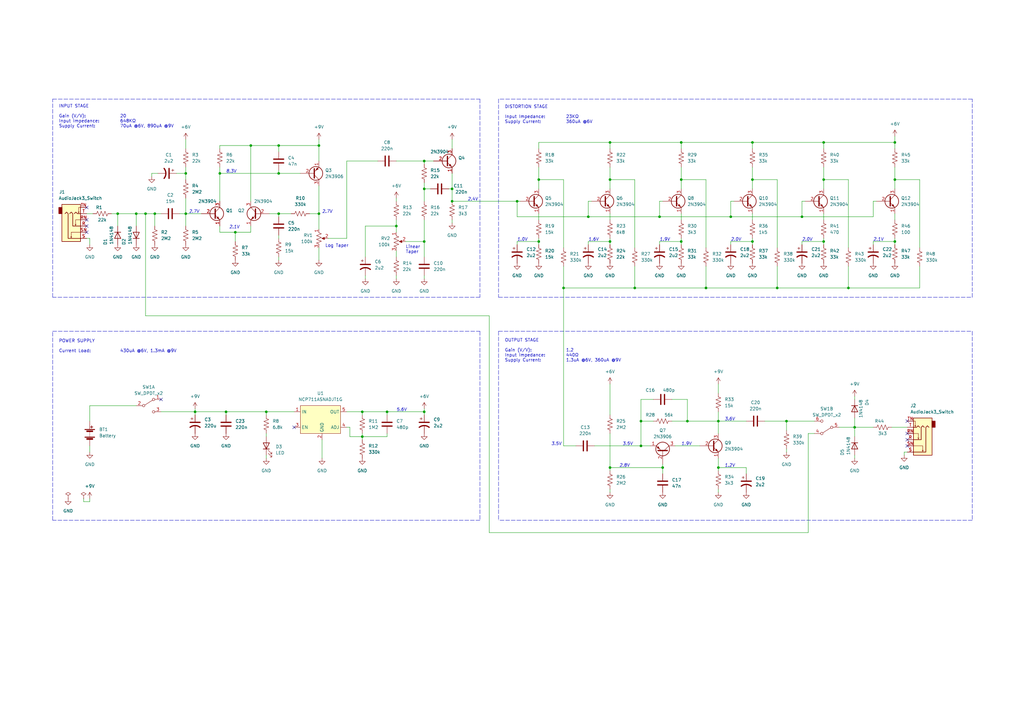
<source format=kicad_sch>
(kicad_sch (version 20211123) (generator eeschema)
  (paper "A3")
  (title_block (title "log-mk1") (rev "1") (company "ts-manuel"))
  (junction (at 250.19 73.66))
  (junction (at 114.3 59.69))
  (junction (at 294.64 191.77))
  (junction (at 308.61 73.66))
  (junction (at 231.14 118.11))
  (junction (at 367.03 73.66))
  (junction (at 80.01 168.91))
  (junction (at 289.56 118.11))
  (junction (at 158.75 168.91))
  (junction (at 130.81 87.63))
  (junction (at 148.59 168.91))
  (junction (at 102.87 59.69))
  (junction (at 109.22 168.91))
  (junction (at 337.82 58.42))
  (junction (at 260.35 118.11))
  (junction (at 59.69 87.63))
  (junction (at 367.03 58.42))
  (junction (at 294.64 172.72))
  (junction (at 114.3 87.63))
  (junction (at 350.52 175.26))
  (junction (at 220.98 99.06))
  (junction (at 76.2 71.12))
  (junction (at 76.2 87.63))
  (junction (at 250.19 99.06))
  (junction (at 173.99 66.04))
  (junction (at 279.4 99.06))
  (junction (at 262.89 182.88))
  (junction (at 96.52 95.25))
  (junction (at 250.19 191.77))
  (junction (at 262.89 172.72))
  (junction (at 185.42 82.55))
  (junction (at 130.81 59.69))
  (junction (at 299.72 88.9))
  (junction (at 367.03 99.06))
  (junction (at 270.51 88.9))
  (junction (at 250.19 58.42))
  (junction (at 328.93 88.9))
  (junction (at 173.99 99.06))
  (junction (at 322.58 172.72))
  (junction (at 308.61 99.06))
  (junction (at 48.26 87.63))
  (junction (at 148.59 179.07))
  (junction (at 162.56 92.71))
  (junction (at 347.98 118.11))
  (junction (at 63.5 87.63))
  (junction (at 279.4 58.42))
  (junction (at 90.17 71.12))
  (junction (at 318.77 118.11))
  (junction (at 279.4 73.66))
  (junction (at 173.99 77.47))
  (junction (at 173.99 168.91))
  (junction (at 114.3 71.12))
  (junction (at 185.42 77.47))
  (junction (at 212.09 82.55))
  (junction (at 308.61 58.42))
  (junction (at 337.82 73.66))
  (junction (at 281.94 172.72))
  (junction (at 220.98 73.66))
  (junction (at 92.71 168.91))
  (junction (at 241.3 88.9))
  (junction (at 337.82 99.06))
  (junction (at 271.78 191.77))
  (junction (at 55.88 87.63))
  (no_connect (at 120.65 175.26))
  (no_connect (at 35.56 95.25))
  (no_connect (at 35.56 92.71))
  (no_connect (at 35.56 90.17))
  (no_connect (at 35.56 85.09))
  (no_connect (at 66.04 163.83))
  (no_connect (at 372.11 177.8))
  (no_connect (at 372.11 180.34))
  (no_connect (at 372.11 182.88))
  (no_connect (at 372.11 172.72))
  (wire (pts (xy 162.56 82.55) (xy 162.56 81.28)))
  (wire (pts (xy 114.3 71.12) (xy 123.19 71.12)))
  (wire (pts (xy 241.3 100.33) (xy 241.3 99.06)))
  (wire (pts (xy 350.52 162.56) (xy 350.52 163.83)))
  (wire (pts (xy 148.59 179.07) (xy 158.75 179.07)))
  (wire (pts (xy 76.2 87.63) (xy 82.55 87.63)))
  (wire (pts (xy 279.4 87.63) (xy 279.4 90.17)))
  (wire (pts (xy 130.81 57.15) (xy 130.81 59.69)))
  (wire (pts (xy 185.42 71.12) (xy 185.42 77.47)))
  (wire (pts (xy 322.58 172.72) (xy 313.69 172.72)))
  (wire (pts (xy 114.3 87.63) (xy 119.38 87.63)))
  (wire (pts (xy 299.72 99.06) (xy 308.61 99.06)))
  (polyline (pts (xy 204.47 135.89) (xy 204.47 213.36)))
  (wire (pts (xy 358.14 99.06) (xy 367.03 99.06)))
  (wire (pts (xy 279.4 68.58) (xy 279.4 73.66)))
  (wire (pts (xy 36.83 172.72) (xy 36.83 166.37)))
  (wire (pts (xy 102.87 95.25) (xy 102.87 92.71)))
  (wire (pts (xy 92.71 168.91) (xy 92.71 170.18)))
  (wire (pts (xy 76.2 68.58) (xy 76.2 71.12)))
  (wire (pts (xy 250.19 177.8) (xy 250.19 191.77)))
  (wire (pts (xy 62.23 71.12) (xy 62.23 72.39)))
  (wire (pts (xy 299.72 88.9) (xy 299.72 82.55)))
  (wire (pts (xy 63.5 87.63) (xy 66.04 87.63)))
  (wire (pts (xy 220.98 73.66) (xy 231.14 73.66)))
  (wire (pts (xy 109.22 179.07) (xy 109.22 177.8)))
  (wire (pts (xy 276.86 182.88) (xy 287.02 182.88)))
  (wire (pts (xy 173.99 74.93) (xy 173.99 77.47)))
  (wire (pts (xy 142.24 168.91) (xy 148.59 168.91)))
  (polyline (pts (xy 204.47 40.64) (xy 204.47 121.92)))
  (wire (pts (xy 173.99 170.18) (xy 173.99 168.91)))
  (wire (pts (xy 250.19 157.48) (xy 250.19 170.18)))
  (wire (pts (xy 36.83 166.37) (xy 55.88 166.37)))
  (wire (pts (xy 184.15 77.47) (xy 185.42 77.47)))
  (wire (pts (xy 260.35 118.11) (xy 231.14 118.11)))
  (wire (pts (xy 102.87 82.55) (xy 102.87 59.69)))
  (wire (pts (xy 337.82 58.42) (xy 367.03 58.42)))
  (wire (pts (xy 250.19 73.66) (xy 250.19 77.47)))
  (wire (pts (xy 308.61 68.58) (xy 308.61 73.66)))
  (wire (pts (xy 80.01 168.91) (xy 92.71 168.91)))
  (wire (pts (xy 59.69 129.54) (xy 59.69 87.63)))
  (wire (pts (xy 114.3 69.85) (xy 114.3 71.12)))
  (wire (pts (xy 80.01 168.91) (xy 80.01 167.64)))
  (wire (pts (xy 275.59 163.83) (xy 281.94 163.83)))
  (wire (pts (xy 241.3 82.55) (xy 242.57 82.55)))
  (wire (pts (xy 149.86 92.71) (xy 162.56 92.71)))
  (wire (pts (xy 45.72 87.63) (xy 48.26 87.63)))
  (polyline (pts (xy 196.85 213.36) (xy 21.59 213.36)))
  (wire (pts (xy 358.14 88.9) (xy 358.14 82.55)))
  (wire (pts (xy 322.58 172.72) (xy 334.01 172.72)))
  (wire (pts (xy 306.07 194.31) (xy 306.07 191.77)))
  (wire (pts (xy 294.64 157.48) (xy 294.64 161.29)))
  (wire (pts (xy 36.83 97.79) (xy 35.56 97.79)))
  (wire (pts (xy 365.76 175.26) (xy 372.11 175.26)))
  (wire (pts (xy 270.51 99.06) (xy 279.4 99.06)))
  (wire (pts (xy 308.61 73.66) (xy 308.61 77.47)))
  (wire (pts (xy 173.99 113.03) (xy 173.99 114.3)))
  (wire (pts (xy 158.75 168.91) (xy 158.75 170.18)))
  (polyline (pts (xy 196.85 40.64) (xy 196.85 121.92)))
  (wire (pts (xy 220.98 97.79) (xy 220.98 99.06)))
  (wire (pts (xy 337.82 68.58) (xy 337.82 73.66)))
  (wire (pts (xy 158.75 168.91) (xy 173.99 168.91)))
  (wire (pts (xy 148.59 179.07) (xy 148.59 180.34)))
  (wire (pts (xy 173.99 77.47) (xy 173.99 82.55)))
  (wire (pts (xy 358.14 82.55) (xy 359.41 82.55)))
  (wire (pts (xy 337.82 60.96) (xy 337.82 58.42)))
  (wire (pts (xy 328.93 99.06) (xy 337.82 99.06)))
  (wire (pts (xy 185.42 90.17) (xy 185.42 91.44)))
  (wire (pts (xy 275.59 172.72) (xy 281.94 172.72)))
  (wire (pts (xy 109.22 168.91) (xy 120.65 168.91)))
  (wire (pts (xy 331.47 218.44) (xy 200.66 218.44)))
  (wire (pts (xy 294.64 168.91) (xy 294.64 172.72)))
  (wire (pts (xy 281.94 172.72) (xy 294.64 172.72)))
  (wire (pts (xy 109.22 187.96) (xy 109.22 186.69)))
  (wire (pts (xy 220.98 99.06) (xy 220.98 100.33)))
  (wire (pts (xy 114.3 59.69) (xy 114.3 62.23)))
  (wire (pts (xy 279.4 60.96) (xy 279.4 58.42)))
  (wire (pts (xy 331.47 177.8) (xy 331.47 218.44)))
  (wire (pts (xy 262.89 163.83) (xy 267.97 163.83)))
  (wire (pts (xy 36.83 100.33) (xy 36.83 97.79)))
  (wire (pts (xy 350.52 175.26) (xy 358.14 175.26)))
  (wire (pts (xy 241.3 88.9) (xy 241.3 82.55)))
  (wire (pts (xy 154.94 66.04) (xy 142.24 66.04)))
  (wire (pts (xy 185.42 57.15) (xy 185.42 60.96)))
  (wire (pts (xy 66.04 168.91) (xy 80.01 168.91)))
  (wire (pts (xy 96.52 95.25) (xy 102.87 95.25)))
  (wire (pts (xy 173.99 90.17) (xy 173.99 99.06)))
  (wire (pts (xy 96.52 95.25) (xy 96.52 99.06)))
  (wire (pts (xy 270.51 88.9) (xy 270.51 82.55)))
  (wire (pts (xy 34.29 205.74) (xy 36.83 205.74)))
  (polyline (pts (xy 21.59 213.36) (xy 21.59 135.89)))
  (wire (pts (xy 241.3 88.9) (xy 270.51 88.9)))
  (wire (pts (xy 294.64 187.96) (xy 294.64 191.77)))
  (wire (pts (xy 231.14 118.11) (xy 231.14 182.88)))
  (wire (pts (xy 289.56 109.22) (xy 289.56 118.11)))
  (wire (pts (xy 250.19 68.58) (xy 250.19 73.66)))
  (wire (pts (xy 337.82 99.06) (xy 337.82 100.33)))
  (wire (pts (xy 114.3 105.41) (xy 114.3 106.68)))
  (wire (pts (xy 377.19 109.22) (xy 377.19 118.11)))
  (wire (pts (xy 73.66 87.63) (xy 76.2 87.63)))
  (wire (pts (xy 130.81 76.2) (xy 130.81 87.63)))
  (wire (pts (xy 63.5 87.63) (xy 63.5 92.71)))
  (wire (pts (xy 48.26 87.63) (xy 55.88 87.63)))
  (wire (pts (xy 308.61 87.63) (xy 308.61 90.17)))
  (wire (pts (xy 289.56 101.6) (xy 289.56 73.66)))
  (wire (pts (xy 289.56 118.11) (xy 260.35 118.11)))
  (wire (pts (xy 80.01 168.91) (xy 80.01 170.18)))
  (wire (pts (xy 212.09 99.06) (xy 220.98 99.06)))
  (wire (pts (xy 149.86 105.41) (xy 149.86 92.71)))
  (wire (pts (xy 220.98 87.63) (xy 220.98 90.17)))
  (wire (pts (xy 377.19 101.6) (xy 377.19 73.66)))
  (wire (pts (xy 250.19 87.63) (xy 250.19 90.17)))
  (wire (pts (xy 250.19 60.96) (xy 250.19 58.42)))
  (wire (pts (xy 76.2 57.15) (xy 76.2 60.96)))
  (wire (pts (xy 36.83 185.42) (xy 36.83 182.88)))
  (wire (pts (xy 372.11 185.42) (xy 370.84 185.42)))
  (polyline (pts (xy 398.78 135.89) (xy 398.78 213.36)))
  (wire (pts (xy 243.84 182.88) (xy 262.89 182.88)))
  (wire (pts (xy 271.78 191.77) (xy 271.78 194.31)))
  (wire (pts (xy 299.72 100.33) (xy 299.72 99.06)))
  (wire (pts (xy 76.2 87.63) (xy 76.2 81.28)))
  (wire (pts (xy 367.03 73.66) (xy 377.19 73.66)))
  (wire (pts (xy 102.87 59.69) (xy 114.3 59.69)))
  (wire (pts (xy 367.03 87.63) (xy 367.03 90.17)))
  (wire (pts (xy 62.23 71.12) (xy 64.77 71.12)))
  (wire (pts (xy 370.84 185.42) (xy 370.84 186.69)))
  (polyline (pts (xy 21.59 135.89) (xy 196.85 135.89)))
  (wire (pts (xy 262.89 163.83) (xy 262.89 172.72)))
  (wire (pts (xy 367.03 73.66) (xy 367.03 77.47)))
  (wire (pts (xy 367.03 68.58) (xy 367.03 73.66)))
  (polyline (pts (xy 398.78 40.64) (xy 204.47 40.64)))
  (wire (pts (xy 55.88 87.63) (xy 59.69 87.63)))
  (wire (pts (xy 270.51 82.55) (xy 271.78 82.55)))
  (wire (pts (xy 127 87.63) (xy 130.81 87.63)))
  (wire (pts (xy 90.17 60.96) (xy 90.17 59.69)))
  (wire (pts (xy 322.58 184.15) (xy 322.58 185.42)))
  (wire (pts (xy 114.3 87.63) (xy 114.3 88.9)))
  (wire (pts (xy 337.82 73.66) (xy 337.82 77.47)))
  (wire (pts (xy 177.8 66.04) (xy 173.99 66.04)))
  (wire (pts (xy 90.17 59.69) (xy 102.87 59.69)))
  (wire (pts (xy 347.98 109.22) (xy 347.98 118.11)))
  (wire (pts (xy 130.81 87.63) (xy 130.81 93.98)))
  (wire (pts (xy 279.4 73.66) (xy 279.4 77.47)))
  (wire (pts (xy 350.52 175.26) (xy 350.52 179.07)))
  (wire (pts (xy 271.78 190.5) (xy 271.78 191.77)))
  (wire (pts (xy 337.82 97.79) (xy 337.82 99.06)))
  (wire (pts (xy 262.89 172.72) (xy 262.89 182.88)))
  (polyline (pts (xy 398.78 121.92) (xy 398.78 40.64)))
  (wire (pts (xy 308.61 97.79) (xy 308.61 99.06)))
  (wire (pts (xy 162.56 113.03) (xy 162.56 114.3)))
  (wire (pts (xy 114.3 97.79) (xy 114.3 96.52)))
  (wire (pts (xy 132.08 187.96) (xy 132.08 180.34)))
  (wire (pts (xy 90.17 71.12) (xy 90.17 82.55)))
  (wire (pts (xy 347.98 101.6) (xy 347.98 73.66)))
  (wire (pts (xy 279.4 99.06) (xy 279.4 100.33)))
  (wire (pts (xy 270.51 100.33) (xy 270.51 99.06)))
  (wire (pts (xy 148.59 177.8) (xy 148.59 179.07)))
  (wire (pts (xy 162.56 90.17) (xy 162.56 92.71)))
  (wire (pts (xy 231.14 109.22) (xy 231.14 118.11)))
  (wire (pts (xy 90.17 92.71) (xy 90.17 95.25)))
  (wire (pts (xy 250.19 193.04) (xy 250.19 191.77)))
  (wire (pts (xy 143.51 179.07) (xy 148.59 179.07)))
  (wire (pts (xy 185.42 82.55) (xy 212.09 82.55)))
  (wire (pts (xy 294.64 200.66) (xy 294.64 201.93)))
  (wire (pts (xy 328.93 82.55) (xy 330.2 82.55)))
  (wire (pts (xy 200.66 129.54) (xy 59.69 129.54)))
  (wire (pts (xy 162.56 66.04) (xy 173.99 66.04)))
  (wire (pts (xy 48.26 87.63) (xy 48.26 92.71)))
  (wire (pts (xy 142.24 66.04) (xy 142.24 97.79)))
  (wire (pts (xy 173.99 77.47) (xy 176.53 77.47)))
  (wire (pts (xy 185.42 77.47) (xy 185.42 82.55)))
  (wire (pts (xy 334.01 177.8) (xy 331.47 177.8)))
  (wire (pts (xy 162.56 102.87) (xy 162.56 105.41)))
  (wire (pts (xy 220.98 60.96) (xy 220.98 58.42)))
  (wire (pts (xy 358.14 100.33) (xy 358.14 99.06)))
  (polyline (pts (xy 204.47 135.89) (xy 398.78 135.89)))
  (polyline (pts (xy 21.59 121.92) (xy 21.59 40.64)))
  (wire (pts (xy 90.17 68.58) (xy 90.17 71.12)))
  (wire (pts (xy 35.56 87.63) (xy 38.1 87.63)))
  (wire (pts (xy 236.22 182.88) (xy 231.14 182.88)))
  (wire (pts (xy 173.99 99.06) (xy 173.99 105.41)))
  (wire (pts (xy 322.58 176.53) (xy 322.58 172.72)))
  (wire (pts (xy 250.19 191.77) (xy 271.78 191.77)))
  (wire (pts (xy 294.64 172.72) (xy 294.64 177.8)))
  (wire (pts (xy 328.93 100.33) (xy 328.93 99.06)))
  (wire (pts (xy 34.29 204.47) (xy 34.29 205.74)))
  (wire (pts (xy 250.19 97.79) (xy 250.19 99.06)))
  (polyline (pts (xy 196.85 135.89) (xy 196.85 213.36)))
  (wire (pts (xy 350.52 186.69) (xy 350.52 187.96)))
  (wire (pts (xy 166.37 99.06) (xy 173.99 99.06)))
  (wire (pts (xy 114.3 59.69) (xy 130.81 59.69)))
  (wire (pts (xy 134.62 97.79) (xy 142.24 97.79)))
  (polyline (pts (xy 204.47 121.92) (xy 398.78 121.92)))
  (polyline (pts (xy 196.85 121.92) (xy 21.59 121.92)))
  (wire (pts (xy 92.71 168.91) (xy 109.22 168.91)))
  (wire (pts (xy 162.56 92.71) (xy 162.56 95.25)))
  (wire (pts (xy 173.99 168.91) (xy 173.99 167.64)))
  (wire (pts (xy 250.19 201.93) (xy 250.19 200.66)))
  (wire (pts (xy 241.3 99.06) (xy 250.19 99.06)))
  (wire (pts (xy 110.49 87.63) (xy 114.3 87.63)))
  (wire (pts (xy 212.09 88.9) (xy 241.3 88.9)))
  (wire (pts (xy 55.88 87.63) (xy 55.88 92.71)))
  (wire (pts (xy 59.69 87.63) (xy 63.5 87.63)))
  (wire (pts (xy 76.2 71.12) (xy 76.2 73.66)))
  (wire (pts (xy 367.03 97.79) (xy 367.03 99.06)))
  (wire (pts (xy 279.4 97.79) (xy 279.4 99.06)))
  (wire (pts (xy 220.98 58.42) (xy 250.19 58.42)))
  (wire (pts (xy 328.93 88.9) (xy 328.93 82.55)))
  (wire (pts (xy 148.59 168.91) (xy 158.75 168.91)))
  (wire (pts (xy 90.17 95.25) (xy 96.52 95.25)))
  (wire (pts (xy 367.03 99.06) (xy 367.03 100.33)))
  (wire (pts (xy 308.61 99.06) (xy 308.61 100.33)))
  (wire (pts (xy 109.22 168.91) (xy 109.22 170.18)))
  (wire (pts (xy 158.75 179.07) (xy 158.75 177.8)))
  (wire (pts (xy 90.17 71.12) (xy 114.3 71.12)))
  (wire (pts (xy 367.03 55.88) (xy 367.03 58.42)))
  (wire (pts (xy 250.19 58.42) (xy 279.4 58.42)))
  (wire (pts (xy 337.82 73.66) (xy 347.98 73.66)))
  (wire (pts (xy 270.51 88.9) (xy 299.72 88.9)))
  (wire (pts (xy 212.09 82.55) (xy 213.36 82.55)))
  (wire (pts (xy 212.09 82.55) (xy 212.09 88.9)))
  (wire (pts (xy 294.64 172.72) (xy 306.07 172.72)))
  (wire (pts (xy 318.77 118.11) (xy 347.98 118.11)))
  (wire (pts (xy 262.89 182.88) (xy 266.7 182.88)))
  (wire (pts (xy 318.77 109.22) (xy 318.77 118.11)))
  (wire (pts (xy 281.94 163.83) (xy 281.94 172.72)))
  (wire (pts (xy 149.86 113.03) (xy 149.86 114.3)))
  (wire (pts (xy 220.98 73.66) (xy 220.98 77.47)))
  (wire (pts (xy 308.61 58.42) (xy 337.82 58.42)))
  (wire (pts (xy 299.72 82.55) (xy 300.99 82.55)))
  (wire (pts (xy 267.97 172.72) (xy 262.89 172.72)))
  (wire (pts (xy 130.81 101.6) (xy 130.81 106.68)))
  (wire (pts (xy 337.82 87.63) (xy 337.82 90.17)))
  (wire (pts (xy 250.19 73.66) (xy 260.35 73.66)))
  (wire (pts (xy 212.09 100.33) (xy 212.09 99.06)))
  (wire (pts (xy 130.81 59.69) (xy 130.81 66.04)))
  (wire (pts (xy 36.83 204.47) (xy 36.83 205.74)))
  (wire (pts (xy 260.35 109.22) (xy 260.35 118.11)))
  (wire (pts (xy 306.07 191.77) (xy 294.64 191.77)))
  (polyline (pts (xy 21.59 40.64) (xy 196.85 40.64)))
  (polyline (pts (xy 398.78 213.36) (xy 204.47 213.36)))
  (wire (pts (xy 173.99 66.04) (xy 173.99 67.31)))
  (wire (pts (xy 318.77 101.6) (xy 318.77 73.66)))
  (wire (pts (xy 347.98 118.11) (xy 377.19 118.11)))
  (wire (pts (xy 299.72 88.9) (xy 328.93 88.9)))
  (wire (pts (xy 142.24 175.26) (xy 143.51 175.26)))
  (wire (pts (xy 308.61 60.96) (xy 308.61 58.42)))
  (wire (pts (xy 260.35 101.6) (xy 260.35 73.66)))
  (wire (pts (xy 294.64 191.77) (xy 294.64 193.04)))
  (wire (pts (xy 318.77 118.11) (xy 289.56 118.11)))
  (wire (pts (xy 148.59 168.91) (xy 148.59 170.18)))
  (wire (pts (xy 344.17 175.26) (xy 350.52 175.26)))
  (wire (pts (xy 231.14 101.6) (xy 231.14 73.66)))
  (wire (pts (xy 308.61 73.66) (xy 318.77 73.66)))
  (wire (pts (xy 367.03 60.96) (xy 367.03 58.42)))
  (wire (pts (xy 200.66 218.44) (xy 200.66 129.54)))
  (wire (pts (xy 279.4 58.42) (xy 308.61 58.42)))
  (wire (pts (xy 143.51 175.26) (xy 143.51 179.07)))
  (wire (pts (xy 328.93 88.9) (xy 358.14 88.9)))
  (wire (pts (xy 350.52 171.45) (xy 350.52 175.26)))
  (wire (pts (xy 72.39 71.12) (xy 76.2 71.12)))
  (wire (pts (xy 250.19 99.06) (xy 250.19 100.33)))
  (wire (pts (xy 76.2 87.63) (xy 76.2 92.71)))
  (wire (pts (xy 279.4 73.66) (xy 289.56 73.66)))
  (wire (pts (xy 220.98 68.58) (xy 220.98 73.66)))
  (text "POWER SUPPLY\n\nCurrent Load:		430uA @6V, 1.3mA @9V" (at 24.13 144.78 0) (effects (font (size 1.27 1.27)) (justify left bottom)))
  (text "5.6V" (at 162.56 168.91 0) (effects (font (size 1.27 1.27) italic) (justify left bottom)))
  (text "3.5V" (at 226.06 182.88 0) (effects (font (size 1.27 1.27) italic) (justify left bottom)))
  (text "2.8V" (at 254 191.77 0) (effects (font (size 1.27 1.27) italic) (justify left bottom)))
  (text "2.1V" (at 93.98 93.98 0) (effects (font (size 1.27 1.27) italic) (justify left bottom)))
  (text "2.4V" (at 191.77 82.55 0) (effects (font (size 1.27 1.27) italic) (justify left bottom)))
  (text "INPUT STAGE\n\nGain (V/V):			20\nInput Impedance:	648KΩ\nSupply Current:		70uA @6V, 890uA @9V\n					" (at 24.13 54.61 0) (effects (font (size 1.27 1.27)) (justify left bottom)))
  (text "Log Taper" (at 133.35 101.6 0) (effects (font (size 1.27 1.27)) (justify left bottom)))
  (text "2.0V" (at 299.72 99.06 0) (effects (font (size 1.27 1.27) italic) (justify left bottom)))
  (text "3.5V" (at 255.27 182.88 0) (effects (font (size 1.27 1.27) italic) (justify left bottom)))
  (text "8.3V" (at 92.71 71.12 0) (effects (font (size 1.27 1.27) italic) (justify left bottom)))
  (text "1.2V" (at 297.18 191.77 0) (effects (font (size 1.27 1.27) italic) (justify left bottom)))
  (text "2.7V" (at 77.47 87.63 0) (effects (font (size 1.27 1.27) italic) (justify left bottom)))
  (text "1.6V" (at 241.3 99.06 0) (effects (font (size 1.27 1.27) italic) (justify left bottom)))
  (text "3.6V" (at 297.18 172.72 0) (effects (font (size 1.27 1.27) italic) (justify left bottom)))
  (text "1.9V" (at 279.4 182.88 0) (effects (font (size 1.27 1.27) italic) (justify left bottom)))
  (text "2.1V" (at 358.14 99.06 0) (effects (font (size 1.27 1.27) italic) (justify left bottom)))
  (text "2.7V" (at 132.08 87.63 0) (effects (font (size 1.27 1.27) italic) (justify left bottom)))
  (text "DISTORTION STAGE\n\nInput Impedance:	23KΩ\nSupply Current:		360uA @6V" (at 207.01 50.8 0) (effects (font (size 1.27 1.27)) (justify left bottom)))
  (text "1.9V" (at 270.51 99.06 0) (effects (font (size 1.27 1.27) italic) (justify left bottom)))
  (text "OUTPUT STAGE\n\nGain (V/V):			1.2\nInput Impedance:	440Ω\nSupply Current:		1.3uA @6V, 360uA @9V" (at 207.01 148.59 0) (effects (font (size 1.27 1.27)) (justify left bottom)))
  (text "1.0V" (at 212.09 99.06 0) (effects (font (size 1.27 1.27) italic) (justify left bottom)))
  (text "Linear\nTaper" (at 166.37 104.14 0) (effects (font (size 1.27 1.27)) (justify left bottom)))
  (text "2.0V" (at 328.93 99.06 0) (effects (font (size 1.27 1.27) italic) (justify left bottom)))
  (symbol (lib_id "power:+6V") (at 162.56 81.28 0) (unit 1)
    (property "Reference" "#PWR021" (effects hide))
    (property "Value" "+6V" (at 162.56 76.2 0))
  )
  (symbol (lib_id "power:GND") (at 109.22 187.96 0) (unit 1)
    (property "Reference" "#PWR014" (effects hide))
    (property "Value" "GND" (at 109.22 193.04 0))
  )
  (symbol (lib_id "Device:R_US") (at 96.52 102.87 0) (unit 1)
    (property "Reference" "R7" (at 99.06 101.5999 0) (effects (justify left)))
    (property "Value" "33k" (at 99.06 104.1399 0) (effects (justify left)))
    (property "Footprint" "Resistor_THT:R_Axial_DIN0207_L6.3mm_D2.5mm_P10.16mm_Horizontal" (effects hide))
  )
  (symbol (lib_id "Device:C") (at 240.03 182.88 90) (unit 1)
    (property "Reference" "C13" (at 240.03 175.26 90))
    (property "Value" "220n" (at 240.03 177.8 90))
    (property "Footprint" "Capacitor_THT:CP_Radial_D5.0mm_P2.00mm" (effects hide))
  )
  (symbol (lib_id "Device:R_US") (at 377.19 105.41 180) (unit 1)
    (property "Reference" "R48" (at 379.73 104.14 0) (effects (justify right)))
    (property "Value" "330k" (at 379.73 106.68 0) (effects (justify right)))
    (property "Footprint" "Resistor_THT:R_Axial_DIN0207_L6.3mm_D2.5mm_P10.16mm_Horizontal" (effects hide))
  )
  (symbol (lib_id "power:GND") (at 185.42 91.44 0) (unit 1)
    (property "Reference" "#PWR027" (effects hide))
    (property "Value" "GND" (at 185.42 96.52 0))
  )
  (symbol (lib_id "power:GND") (at 173.99 114.3 0) (unit 1)
    (property "Reference" "#PWR025" (effects hide))
    (property "Value" "GND" (at 173.99 119.38 0))
  )
  (symbol (lib_id "Device:C_Polarized_US") (at 173.99 173.99 0) (unit 1)
    (property "Reference" "C9" (at 177.8 172.0849 0) (effects (justify left)))
    (property "Value" "2u2" (at 177.8 174.6249 0) (effects (justify left)))
    (property "Footprint" "Capacitor_THT:CP_Radial_D5.0mm_P2.00mm" (effects hide))
  )
  (symbol (lib_id "power:GND") (at 132.08 187.96 0) (unit 1)
    (property "Reference" "#PWR016" (effects hide))
    (property "Value" "GND" (at 132.08 193.04 0))
  )
  (symbol (lib_id "Transistor_BJT:2N3904") (at 335.28 82.55 0) (unit 1)
    (property "Reference" "Q11" (at 340.36 81.2799 0) (effects (justify left)))
    (property "Value" "2N3904" (at 340.36 83.8199 0) (effects (justify left)))
    (property "Footprint" "Package_TO_SOT_THT:TO-92_Inline" (effects hide))
    (property "Datasheet" "https://www.onsemi.com/pub/Collateral/2N3903-D.PDF" (effects hide))
  )
  (symbol (lib_id "Transistor_BJT:2N3906") (at 128.27 71.12 0) (mirror x) (unit 1)
    (property "Reference" "Q3" (at 133.35 69.8499 0) (effects (justify left)))
    (property "Value" "2N3906" (at 133.35 72.3899 0) (effects (justify left)))
    (property "Footprint" "Package_TO_SOT_THT:TO-92_Inline" (effects hide))
    (property "Datasheet" "https://www.onsemi.com/pub/Collateral/2N3906-D.PDF" (effects hide))
  )
  (symbol (lib_id "power:GND") (at 76.2 100.33 0) (unit 1)
    (property "Reference" "#PWR010" (effects hide))
    (property "Value" "GND" (at 76.2 105.41 0))
  )
  (symbol (lib_id "Device:C") (at 92.71 173.99 180) (unit 1)
    (property "Reference" "C23" (at 96.52 172.7199 0) (effects (justify right)))
    (property "Value" "220n" (at 96.52 175.2599 0) (effects (justify right)))
    (property "Footprint" "Capacitor_THT:CP_Radial_D5.0mm_P2.00mm" (effects hide))
  )
  (symbol (lib_id "Device:R_US") (at 337.82 64.77 0) (unit 1)
    (property "Reference" "R40" (at 340.36 63.4999 0) (effects (justify left)))
    (property "Value" "33k" (at 340.36 66.0399 0) (effects (justify left)))
    (property "Footprint" "Resistor_THT:R_Axial_DIN0207_L6.3mm_D2.5mm_P10.16mm_Horizontal" (effects hide))
  )
  (symbol (lib_id "Device:R_US") (at 279.4 93.98 0) (unit 1)
    (property "Reference" "R30" (at 281.94 92.7099 0) (effects (justify left)))
    (property "Value" "3k3" (at 281.94 95.2499 0) (effects (justify left)))
    (property "Footprint" "Resistor_THT:R_Axial_DIN0207_L6.3mm_D2.5mm_P10.16mm_Horizontal" (effects hide))
  )
  (symbol (lib_id "Device:R_US") (at 123.19 87.63 90) (unit 1)
    (property "Reference" "R10" (at 123.19 81.28 90))
    (property "Value" "330k" (at 123.19 83.82 90))
    (property "Footprint" "Resistor_THT:R_Axial_DIN0207_L6.3mm_D2.5mm_P10.16mm_Horizontal" (effects hide))
  )
  (symbol (lib_id "Device:R_US") (at 337.82 93.98 0) (unit 1)
    (property "Reference" "R41" (at 340.36 92.7099 0) (effects (justify left)))
    (property "Value" "470" (at 340.36 95.2499 0) (effects (justify left)))
    (property "Footprint" "Resistor_THT:R_Axial_DIN0207_L6.3mm_D2.5mm_P10.16mm_Horizontal" (effects hide))
  )
  (symbol (lib_id "power:GND") (at 270.51 107.95 0) (unit 1)
    (property "Reference" "#PWR034" (effects hide))
    (property "Value" "GND" (at 270.51 113.03 0))
  )
  (symbol (lib_id "Device:C_Polarized_US") (at 212.09 104.14 0) (unit 1)
    (property "Reference" "C12" (at 215.9 102.2349 0) (effects (justify left)))
    (property "Value" "2u2" (at 215.9 104.7749 0) (effects (justify left)))
    (property "Footprint" "Capacitor_THT:CP_Radial_D5.0mm_P2.00mm" (effects hide))
  )
  (symbol (lib_id "Transistor_BJT:2N3904") (at 105.41 87.63 0) (mirror y) (unit 1)
    (property "Reference" "Q2" (at 100.33 86.3599 0) (effects (justify left)))
    (property "Value" "2N3904" (at 111.76 82.55 0) (effects (justify left)))
    (property "Footprint" "Package_TO_SOT_THT:TO-92_Inline" (effects hide))
    (property "Datasheet" "https://www.onsemi.com/pub/Collateral/2N3903-D.PDF" (effects hide))
  )
  (symbol (lib_id "Device:R_US") (at 76.2 77.47 0) (unit 1)
    (property "Reference" "R4" (at 78.74 76.1999 0) (effects (justify left)))
    (property "Value" "2M2" (at 78.74 78.7399 0) (effects (justify left)))
    (property "Footprint" "Resistor_THT:R_Axial_DIN0207_L6.3mm_D2.5mm_P10.16mm_Horizontal" (effects hide))
  )
  (symbol (lib_id "Transistor_BJT:2N3904") (at 247.65 82.55 0) (unit 1)
    (property "Reference" "Q6" (at 252.73 81.2799 0) (effects (justify left)))
    (property "Value" "2N3904" (at 252.73 83.8199 0) (effects (justify left)))
    (property "Footprint" "Package_TO_SOT_THT:TO-92_Inline" (effects hide))
    (property "Datasheet" "https://www.onsemi.com/pub/Collateral/2N3903-D.PDF" (effects hide))
  )
  (symbol (lib_id "Device:R_US") (at 148.59 184.15 0) (unit 1)
    (property "Reference" "R12" (at 151.13 182.8799 0) (effects (justify left)))
    (property "Value" "330k" (at 151.13 185.4199 0) (effects (justify left)))
    (property "Footprint" "Resistor_THT:R_Axial_DIN0207_L6.3mm_D2.5mm_P10.16mm_Horizontal" (effects hide))
  )
  (symbol (lib_id "power:GND") (at 350.52 187.96 0) (unit 1)
    (property "Reference" "#PWR046" (effects hide))
    (property "Value" "GND" (at 350.52 193.04 0))
  )
  (symbol (lib_id "Device:C_Polarized_US") (at 270.51 104.14 0) (unit 1)
    (property "Reference" "C15" (at 274.32 102.2349 0) (effects (justify left)))
    (property "Value" "2u2" (at 274.32 104.7749 0) (effects (justify left)))
    (property "Footprint" "Capacitor_THT:CP_Radial_D5.0mm_P2.00mm" (effects hide))
  )
  (symbol (lib_id "Diode:1N4148") (at 55.88 96.52 90) (unit 1)
    (property "Reference" "D2" (at 50.8 97.79 0) (effects (justify right)))
    (property "Value" "1N4148" (at 53.34 92.71 0) (effects (justify right)))
    (property "Footprint" "Diode_THT:D_DO-35_SOD27_P7.62mm_Horizontal" (effects hide))
    (property "Datasheet" "https://assets.nexperia.com/documents/data-sheet/1N4148_1N4448.pdf" (effects hide))
  )
  (symbol (lib_id "power:GND") (at 130.81 106.68 0) (unit 1)
    (property "Reference" "#PWR018" (effects hide))
    (property "Value" "GND" (at 130.81 111.76 0))
  )
  (symbol (lib_id "power:GND") (at 63.5 100.33 0) (unit 1)
    (property "Reference" "#PWR07" (effects hide))
    (property "Value" "GND" (at 63.5 105.41 0))
  )
  (symbol (lib_id "power:GND") (at 36.83 100.33 0) (unit 1)
    (property "Reference" "#PWR01" (effects hide))
    (property "Value" "GND" (at 36.83 105.41 0))
  )
  (symbol (lib_id "Device:C") (at 114.3 92.71 180) (unit 1)
    (property "Reference" "C5" (at 118.11 91.4399 0) (effects (justify right)))
    (property "Value" "220n" (at 118.11 93.9799 0) (effects (justify right)))
    (property "Footprint" "Capacitor_THT:CP_Radial_D5.0mm_P2.00mm" (effects hide))
  )
  (symbol (lib_id "Transistor_BJT:2N3904") (at 306.07 82.55 0) (unit 1)
    (property "Reference" "Q10" (at 311.15 81.2799 0) (effects (justify left)))
    (property "Value" "2N3904" (at 311.15 83.8199 0) (effects (justify left)))
    (property "Footprint" "Package_TO_SOT_THT:TO-92_Inline" (effects hide))
    (property "Datasheet" "https://www.onsemi.com/pub/Collateral/2N3903-D.PDF" (effects hide))
  )
  (symbol (lib_id "power:+9V") (at 294.64 157.48 0) (unit 1)
    (property "Reference" "#PWR037" (effects hide))
    (property "Value" "+9V" (at 294.64 152.4 0))
  )
  (symbol (lib_id "Device:R_US") (at 318.77 105.41 180) (unit 1)
    (property "Reference" "R38" (at 321.31 104.14 0) (effects (justify right)))
    (property "Value" "330k" (at 321.31 106.68 0) (effects (justify right)))
    (property "Footprint" "Resistor_THT:R_Axial_DIN0207_L6.3mm_D2.5mm_P10.16mm_Horizontal" (effects hide))
  )
  (symbol (lib_id "Transistor_BJT:2N3904") (at 276.86 82.55 0) (unit 1)
    (property "Reference" "Q8" (at 281.94 81.2799 0) (effects (justify left)))
    (property "Value" "2N3904" (at 281.94 83.8199 0) (effects (justify left)))
    (property "Footprint" "Package_TO_SOT_THT:TO-92_Inline" (effects hide))
    (property "Datasheet" "https://www.onsemi.com/pub/Collateral/2N3903-D.PDF" (effects hide))
  )
  (symbol (lib_id "Transistor_BJT:2N3904") (at 87.63 87.63 0) (unit 1)
    (property "Reference" "Q1" (at 92.71 86.3599 0) (effects (justify left)))
    (property "Value" "2N3904" (at 81.28 82.55 0) (effects (justify left)))
    (property "Footprint" "Package_TO_SOT_THT:TO-92_Inline" (effects hide))
    (property "Datasheet" "https://www.onsemi.com/pub/Collateral/2N3903-D.PDF" (effects hide))
  )
  (symbol (lib_id "Device:R_US") (at 250.19 93.98 0) (unit 1)
    (property "Reference" "R23" (at 252.73 92.7099 0) (effects (justify left)))
    (property "Value" "6k8" (at 252.73 95.2499 0) (effects (justify left)))
    (property "Footprint" "Resistor_THT:R_Axial_DIN0207_L6.3mm_D2.5mm_P10.16mm_Horizontal" (effects hide))
  )
  (symbol (lib_id "power:+9V") (at 80.01 167.64 0) (unit 1)
    (property "Reference" "#PWR011" (effects hide))
    (property "Value" "+9V" (at 80.01 162.56 0))
  )
  (symbol (lib_id "power:GND") (at 294.64 201.93 0) (unit 1)
    (property "Reference" "#PWR038" (effects hide))
    (property "Value" "GND" (at 294.64 207.01 0))
  )
  (symbol (lib_id "Device:R_US") (at 367.03 93.98 0) (unit 1)
    (property "Reference" "R46" (at 369.57 92.7099 0) (effects (justify left)))
    (property "Value" "100" (at 369.57 95.2499 0) (effects (justify left)))
    (property "Footprint" "Resistor_THT:R_Axial_DIN0207_L6.3mm_D2.5mm_P10.16mm_Horizontal" (effects hide))
  )
  (symbol (lib_id "power:+9V") (at 36.83 204.47 0) (unit 1)
    (property "Reference" "#PWR08" (effects hide))
    (property "Value" "+9V" (at 36.83 199.39 0))
  )
  (symbol (lib_id "power:GND") (at 148.59 187.96 0) (unit 1)
    (property "Reference" "#PWR019" (effects hide))
    (property "Value" "GND" (at 148.59 193.04 0))
  )
  (symbol (lib_id "Device:R_US") (at 41.91 87.63 90) (unit 1)
    (property "Reference" "R1" (at 40.64 85.09 90))
    (property "Value" "22k" (at 41.91 90.17 90))
    (property "Footprint" "Resistor_THT:R_Axial_DIN0207_L6.3mm_D2.5mm_P10.16mm_Horizontal" (effects hide))
  )
  (symbol (lib_id "Device:R_US") (at 63.5 96.52 0) (unit 1)
    (property "Reference" "R2" (at 66.04 95.2499 0) (effects (justify left)))
    (property "Value" "2M2" (at 66.04 97.7899 0) (effects (justify left)))
    (property "Footprint" "Resistor_THT:R_Axial_DIN0207_L6.3mm_D2.5mm_P10.16mm_Horizontal" (effects hide))
  )
  (symbol (lib_id "Device:R_US") (at 250.19 64.77 0) (unit 1)
    (property "Reference" "R22" (at 252.73 63.4999 0) (effects (justify left)))
    (property "Value" "33k" (at 252.73 66.0399 0) (effects (justify left)))
    (property "Footprint" "Resistor_THT:R_Axial_DIN0207_L6.3mm_D2.5mm_P10.16mm_Horizontal" (effects hide))
  )
  (symbol (lib_id "Device:R_US") (at 289.56 105.41 180) (unit 1)
    (property "Reference" "R32" (at 292.1 104.14 0) (effects (justify right)))
    (property "Value" "330k" (at 292.1 106.68 0) (effects (justify right)))
    (property "Footprint" "Resistor_THT:R_Axial_DIN0207_L6.3mm_D2.5mm_P10.16mm_Horizontal" (effects hide))
  )
  (symbol (lib_id "power:+9V") (at 350.52 162.56 0) (unit 1)
    (property "Reference" "#PWR045" (effects hide))
    (property "Value" "+9V" (at 350.52 157.48 0))
  )
  (symbol (lib_id "Device:R_US") (at 114.3 101.6 0) (unit 1)
    (property "Reference" "R9" (at 116.84 100.3299 0) (effects (justify left)))
    (property "Value" "15k" (at 116.84 102.8699 0) (effects (justify left)))
    (property "Footprint" "Resistor_THT:R_Axial_DIN0207_L6.3mm_D2.5mm_P10.16mm_Horizontal" (effects hide))
  )
  (symbol (lib_id "project_lib:NCP711ASNADJT1G") (at 123.19 166.37 0) (unit 1)
    (property "Reference" "U1" (at 131.445 161.29 0))
    (property "Value" "NCP711ASNADJT1G" (at 131.445 163.83 0))
    (property "Footprint" "Package_SO:TSOP-5_1.65x3.05mm_P0.95mm" (effects hide))
    (property "Datasheet" "https://www.mouser.it/datasheet/2/308/1/NCP711_D-2317497.pdf" (effects hide))
  )
  (symbol (lib_id "power:GND") (at 27.94 204.47 0) (unit 1)
    (property "Reference" "#PWR05" (effects hide))
    (property "Value" "GND" (at 27.94 209.55 0))
  )
  (symbol (lib_id "Device:R_US") (at 185.42 86.36 0) (unit 1)
    (property "Reference" "R17" (at 187.96 85.0899 0) (effects (justify left)))
    (property "Value" "3k3" (at 187.96 87.6299 0) (effects (justify left)))
    (property "Footprint" "Resistor_THT:R_Axial_DIN0207_L6.3mm_D2.5mm_P10.16mm_Horizontal" (effects hide))
  )
  (symbol (lib_id "power:GND") (at 114.3 106.68 0) (unit 1)
    (property "Reference" "#PWR015" (effects hide))
    (property "Value" "GND" (at 114.3 111.76 0))
  )
  (symbol (lib_id "Device:R_US") (at 308.61 104.14 0) (unit 1)
    (property "Reference" "R37" (at 311.15 102.8699 0) (effects (justify left)))
    (property "Value" "33k" (at 311.15 105.4099 0) (effects (justify left)))
    (property "Footprint" "Resistor_THT:R_Axial_DIN0207_L6.3mm_D2.5mm_P10.16mm_Horizontal" (effects hide))
  )
  (symbol (lib_id "Device:R_US") (at 279.4 104.14 0) (unit 1)
    (property "Reference" "R31" (at 281.94 102.8699 0) (effects (justify left)))
    (property "Value" "33k" (at 281.94 105.4099 0) (effects (justify left)))
    (property "Footprint" "Resistor_THT:R_Axial_DIN0207_L6.3mm_D2.5mm_P10.16mm_Horizontal" (effects hide))
  )
  (symbol (lib_id "Device:C") (at 180.34 77.47 270) (unit 1)
    (property "Reference" "C11" (at 187.96 76.2 90))
    (property "Value" "220n" (at 189.23 78.74 90))
    (property "Footprint" "Capacitor_THT:CP_Radial_D5.0mm_P2.00mm" (effects hide))
  )
  (symbol (lib_id "Transistor_BJT:2N3906") (at 271.78 185.42 270) (mirror x) (unit 1)
    (property "Reference" "Q7" (at 271.78 176.53 90))
    (property "Value" "2N3906" (at 271.78 179.07 90))
    (property "Footprint" "Package_TO_SOT_THT:TO-92_Inline" (effects hide))
    (property "Datasheet" "https://www.onsemi.com/pub/Collateral/2N3906-D.PDF" (effects hide))
  )
  (symbol (lib_id "Device:C") (at 158.75 173.99 180) (unit 1)
    (property "Reference" "C7" (at 162.56 172.7199 0) (effects (justify right)))
    (property "Value" "480p" (at 162.56 175.2599 0) (effects (justify right)))
    (property "Footprint" "Capacitor_THT:CP_Radial_D5.0mm_P2.00mm" (effects hide))
  )
  (symbol (lib_id "Device:C_Polarized_US") (at 80.01 173.99 0) (unit 1)
    (property "Reference" "C3" (at 83.82 172.0849 0) (effects (justify left)))
    (property "Value" "220u" (at 83.82 174.6249 0) (effects (justify left)))
    (property "Footprint" "Capacitor_THT:CP_Radial_D5.0mm_P2.00mm" (effects hide))
  )
  (symbol (lib_id "Device:R_Potentiometer_US") (at 162.56 99.06 0) (unit 1)
    (property "Reference" "RV2" (at 160.02 97.79 0) (effects (justify right)))
    (property "Value" "100k" (at 160.02 100.33 0) (effects (justify right)))
    (property "Footprint" "Potentiometer_THT:Potentiometer_Omeg_PC16BU_Vertical" (effects hide))
  )
  (symbol (lib_id "Device:R_US") (at 76.2 96.52 0) (unit 1)
    (property "Reference" "R5" (at 78.74 95.2499 0) (effects (justify left)))
    (property "Value" "2M2" (at 78.74 97.7899 0) (effects (justify left)))
    (property "Footprint" "Resistor_THT:R_Axial_DIN0207_L6.3mm_D2.5mm_P10.16mm_Horizontal" (effects hide))
  )
  (symbol (lib_id "Device:C_Polarized_US") (at 358.14 104.14 0) (unit 1)
    (property "Reference" "C22" (at 361.95 102.2349 0) (effects (justify left)))
    (property "Value" "2u2" (at 361.95 104.7749 0) (effects (justify left)))
    (property "Footprint" "Capacitor_THT:CP_Radial_D5.0mm_P2.00mm" (effects hide))
  )
  (symbol (lib_id "Device:R_US") (at 260.35 105.41 180) (unit 1)
    (property "Reference" "R27" (at 262.89 104.14 0) (effects (justify right)))
    (property "Value" "330k" (at 262.89 106.68 0) (effects (justify right)))
    (property "Footprint" "Resistor_THT:R_Axial_DIN0207_L6.3mm_D2.5mm_P10.16mm_Horizontal" (effects hide))
  )
  (symbol (lib_id "Device:R_Potentiometer_US") (at 130.81 97.79 0) (unit 1)
    (property "Reference" "RV1" (at 128.27 96.5199 0) (effects (justify right)))
    (property "Value" "100k" (at 128.27 99.0599 0) (effects (justify right)))
    (property "Footprint" "Potentiometer_THT:Potentiometer_Omeg_PC16BU_Vertical" (effects hide))
  )
  (symbol (lib_id "power:GND") (at 96.52 106.68 0) (unit 1)
    (property "Reference" "#PWR013" (effects hide))
    (property "Value" "GND" (at 96.52 111.76 0))
  )
  (symbol (lib_id "Diode:1N4148") (at 48.26 96.52 270) (unit 1)
    (property "Reference" "D1" (at 43.18 97.79 0) (effects (justify left)))
    (property "Value" "1N4148" (at 45.72 92.71 0) (effects (justify left)))
    (property "Footprint" "Diode_THT:D_DO-35_SOD27_P7.62mm_Horizontal" (effects hide))
    (property "Datasheet" "https://assets.nexperia.com/documents/data-sheet/1N4148_1N4448.pdf" (effects hide))
  )
  (symbol (lib_id "power:+6V") (at 367.03 55.88 0) (unit 1)
    (property "Reference" "#PWR048" (effects hide))
    (property "Value" "+6V" (at 367.03 50.8 0))
  )
  (symbol (lib_id "Device:R_US") (at 271.78 172.72 90) (unit 1)
    (property "Reference" "R28" (at 266.7 170.18 90))
    (property "Value" "56k" (at 274.32 170.18 90))
    (property "Footprint" "Resistor_THT:R_Axial_DIN0207_L6.3mm_D2.5mm_P10.16mm_Horizontal" (effects hide))
  )
  (symbol (lib_id "Device:R_US") (at 173.99 86.36 0) (unit 1)
    (property "Reference" "R16" (at 176.53 85.09 0) (effects (justify left)))
    (property "Value" "22k" (at 176.53 87.63 0) (effects (justify left)))
    (property "Footprint" "Resistor_THT:R_Axial_DIN0207_L6.3mm_D2.5mm_P10.16mm_Horizontal" (effects hide))
  )
  (symbol (lib_id "power:GND") (at 250.19 201.93 0) (unit 1)
    (property "Reference" "#PWR033" (effects hide))
    (property "Value" "GND" (at 250.19 207.01 0))
  )
  (symbol (lib_id "Device:R_US") (at 279.4 64.77 0) (unit 1)
    (property "Reference" "R29" (at 281.94 63.4999 0) (effects (justify left)))
    (property "Value" "33k" (at 281.94 66.0399 0) (effects (justify left)))
    (property "Footprint" "Resistor_THT:R_Axial_DIN0207_L6.3mm_D2.5mm_P10.16mm_Horizontal" (effects hide))
  )
  (symbol (lib_id "Device:R_US") (at 231.14 105.41 180) (unit 1)
    (property "Reference" "R21" (at 233.68 104.14 0) (effects (justify right)))
    (property "Value" "330k" (at 233.68 106.68 0) (effects (justify right)))
    (property "Footprint" "Resistor_THT:R_Axial_DIN0207_L6.3mm_D2.5mm_P10.16mm_Horizontal" (effects hide))
  )
  (symbol (lib_id "Device:R_US") (at 322.58 180.34 0) (unit 1)
    (property "Reference" "R39" (at 325.12 179.0699 0) (effects (justify left)))
    (property "Value" "330k" (at 325.12 181.6099 0) (effects (justify left)))
    (property "Footprint" "Resistor_THT:R_Axial_DIN0207_L6.3mm_D2.5mm_P10.16mm_Horizontal" (effects hide))
  )
  (symbol (lib_id "Device:C") (at 69.85 87.63 90) (unit 1)
    (property "Reference" "C2" (at 69.85 80.01 90))
    (property "Value" "15n" (at 69.85 82.55 90))
    (property "Footprint" "Capacitor_THT:C_Rect_L4.0mm_W2.5mm_P2.50mm" (effects hide))
  )
  (symbol (lib_id "power:GND") (at 306.07 201.93 0) (unit 1)
    (property "Reference" "#PWR040" (effects hide))
    (property "Value" "GND" (at 306.07 207.01 0))
  )
  (symbol (lib_id "Device:R_US") (at 361.95 175.26 90) (unit 1)
    (property "Reference" "R44" (at 360.68 172.72 90))
    (property "Value" "3k3" (at 361.95 177.8 90))
    (property "Footprint" "Resistor_THT:R_Axial_DIN0207_L6.3mm_D2.5mm_P10.16mm_Horizontal" (effects hide))
  )
  (symbol (lib_id "Switch:SW_DPDT_x2") (at 339.09 175.26 180) (unit 2)
    (property "Reference" "SW1" (at 339.09 167.64 0))
    (property "Value" "SW_DPDT_x2" (at 339.09 170.18 0))
  )
  (symbol (lib_id "Transistor_BJT:2N3904") (at 364.49 82.55 0) (unit 1)
    (property "Reference" "Q12" (at 369.57 81.2799 0) (effects (justify left)))
    (property "Value" "2N3904" (at 369.57 83.8199 0) (effects (justify left)))
    (property "Footprint" "Package_TO_SOT_THT:TO-92_Inline" (effects hide))
    (property "Datasheet" "https://www.onsemi.com/pub/Collateral/2N3903-D.PDF" (effects hide))
  )
  (symbol (lib_id "power:GND") (at 173.99 177.8 0) (unit 1)
    (property "Reference" "#PWR024" (effects hide))
    (property "Value" "GND" (at 173.99 182.88 0))
  )
  (symbol (lib_id "power:GND") (at 36.83 185.42 0) (unit 1)
    (property "Reference" "#PWR02" (effects hide))
    (property "Value" "GND" (at 36.83 190.5 0))
  )
  (symbol (lib_id "Device:R_US") (at 162.56 109.22 0) (unit 1)
    (property "Reference" "R14" (at 165.1 107.95 0) (effects (justify left)))
    (property "Value" "22k" (at 165.1 110.49 0) (effects (justify left)))
    (property "Footprint" "Resistor_THT:R_Axial_DIN0207_L6.3mm_D2.5mm_P10.16mm_Horizontal" (effects hide))
  )
  (symbol (lib_id "Device:R_US") (at 308.61 64.77 0) (unit 1)
    (property "Reference" "R35" (at 311.15 63.4999 0) (effects (justify left)))
    (property "Value" "33k" (at 311.15 66.0399 0) (effects (justify left)))
    (property "Footprint" "Resistor_THT:R_Axial_DIN0207_L6.3mm_D2.5mm_P10.16mm_Horizontal" (effects hide))
  )
  (symbol (lib_id "power:+9V") (at 130.81 57.15 0) (unit 1)
    (property "Reference" "#PWR017" (effects hide))
    (property "Value" "+9V" (at 130.81 52.07 0))
  )
  (symbol (lib_id "Device:R_US") (at 250.19 104.14 0) (unit 1)
    (property "Reference" "R24" (at 252.73 102.8699 0) (effects (justify left)))
    (property "Value" "22k" (at 252.73 105.4099 0) (effects (justify left)))
    (property "Footprint" "Resistor_THT:R_Axial_DIN0207_L6.3mm_D2.5mm_P10.16mm_Horizontal" (effects hide))
  )
  (symbol (lib_id "Device:R_US") (at 250.19 196.85 0) (unit 1)
    (property "Reference" "R26" (at 252.73 195.5799 0) (effects (justify left)))
    (property "Value" "2M2" (at 252.73 198.1199 0) (effects (justify left)))
    (property "Footprint" "Resistor_THT:R_Axial_DIN0207_L6.3mm_D2.5mm_P10.16mm_Horizontal" (effects hide))
  )
  (symbol (lib_id "power:GND") (at 358.14 107.95 0) (unit 1)
    (property "Reference" "#PWR047" (effects hide))
    (property "Value" "GND" (at 358.14 113.03 0))
  )
  (symbol (lib_id "Device:R_US") (at 220.98 104.14 0) (unit 1)
    (property "Reference" "R20" (at 223.52 102.8699 0) (effects (justify left)))
    (property "Value" "15k" (at 223.52 105.4099 0) (effects (justify left)))
    (property "Footprint" "Resistor_THT:R_Axial_DIN0207_L6.3mm_D2.5mm_P10.16mm_Horizontal" (effects hide))
  )
  (symbol (lib_id "Device:R_US") (at 148.59 173.99 0) (unit 1)
    (property "Reference" "R11" (at 151.13 172.7199 0) (effects (justify left)))
    (property "Value" "1M2" (at 151.13 175.2599 0) (effects (justify left)))
    (property "Footprint" "Resistor_THT:R_Axial_DIN0207_L6.3mm_D2.5mm_P10.16mm_Horizontal" (effects hide))
  )
  (symbol (lib_id "power:GND") (at 337.82 107.95 0) (unit 1)
    (property "Reference" "#PWR044" (effects hide))
    (property "Value" "GND" (at 337.82 113.03 0))
  )
  (symbol (lib_id "power:GND") (at 80.01 177.8 0) (unit 1)
    (property "Reference" "#PWR012" (effects hide))
    (property "Value" "GND" (at 80.01 182.88 0))
  )
  (symbol (lib_id "Device:R_US") (at 162.56 86.36 0) (unit 1)
    (property "Reference" "R13" (at 165.1 85.0899 0) (effects (justify left)))
    (property "Value" "22k" (at 165.1 87.6299 0) (effects (justify left)))
    (property "Footprint" "Resistor_THT:R_Axial_DIN0207_L6.3mm_D2.5mm_P10.16mm_Horizontal" (effects hide))
  )
  (symbol (lib_id "Device:C_Polarized_US") (at 299.72 104.14 0) (unit 1)
    (property "Reference" "C18" (at 303.53 102.2349 0) (effects (justify left)))
    (property "Value" "2u2" (at 303.53 104.7749 0) (effects (justify left)))
    (property "Footprint" "Capacitor_THT:CP_Radial_D5.0mm_P2.00mm" (effects hide))
  )
  (symbol (lib_id "Device:R_US") (at 308.61 93.98 0) (unit 1)
    (property "Reference" "R36" (at 311.15 92.7099 0) (effects (justify left)))
    (property "Value" "1k5" (at 311.15 95.2499 0) (effects (justify left)))
    (property "Footprint" "Resistor_THT:R_Axial_DIN0207_L6.3mm_D2.5mm_P10.16mm_Horizontal" (effects hide))
  )
  (symbol (lib_id "Device:R_US") (at 347.98 105.41 180) (unit 1)
    (property "Reference" "R43" (at 350.52 104.14 0) (effects (justify right)))
    (property "Value" "330k" (at 350.52 106.68 0) (effects (justify right)))
    (property "Footprint" "Resistor_THT:R_Axial_DIN0207_L6.3mm_D2.5mm_P10.16mm_Horizontal" (effects hide))
  )
  (symbol (lib_id "Device:C") (at 271.78 198.12 180) (unit 1)
    (property "Reference" "C17" (at 275.59 196.8499 0) (effects (justify right)))
    (property "Value" "47n" (at 275.59 199.3899 0) (effects (justify right)))
    (property "Footprint" "Capacitor_THT:CP_Radial_D6.3mm_P2.50mm" (effects hide))
  )
  (symbol (lib_id "power:+6V") (at 173.99 167.64 0) (unit 1)
    (property "Reference" "#PWR023" (effects hide))
    (property "Value" "+6V" (at 173.99 162.56 0))
  )
  (symbol (lib_id "Device:R_US") (at 294.64 165.1 0) (unit 1)
    (property "Reference" "R33" (at 297.18 163.8299 0) (effects (justify left)))
    (property "Value" "15k" (at 297.18 166.3699 0) (effects (justify left)))
    (property "Footprint" "Resistor_THT:R_Axial_DIN0207_L6.3mm_D2.5mm_P10.16mm_Horizontal" (effects hide))
  )
  (symbol (lib_id "Device:R_US") (at 109.22 173.99 0) (unit 1)
    (property "Reference" "R8" (at 111.76 172.7199 0) (effects (justify left)))
    (property "Value" "6.8k" (at 111.76 175.2599 0) (effects (justify left)))
    (property "Footprint" "Resistor_THT:R_Axial_DIN0207_L6.3mm_D2.5mm_P10.16mm_Horizontal" (effects hide))
  )
  (symbol (lib_id "power:GND") (at 241.3 107.95 0) (unit 1)
    (property "Reference" "#PWR030" (effects hide))
    (property "Value" "GND" (at 241.3 113.03 0))
  )
  (symbol (lib_id "Device:R_US") (at 220.98 64.77 0) (unit 1)
    (property "Reference" "R18" (at 223.52 63.4999 0) (effects (justify left)))
    (property "Value" "33k" (at 223.52 66.0399 0) (effects (justify left)))
    (property "Footprint" "Resistor_THT:R_Axial_DIN0207_L6.3mm_D2.5mm_P10.16mm_Horizontal" (effects hide))
  )
  (symbol (lib_id "power:GND") (at 55.88 100.33 0) (unit 1)
    (property "Reference" "#PWR04" (effects hide))
    (property "Value" "GND" (at 55.88 105.41 0))
  )
  (symbol (lib_id "power:GND") (at 250.19 107.95 0) (unit 1)
    (property "Reference" "#PWR031" (effects hide))
    (property "Value" "GND" (at 250.19 113.03 0))
  )
  (symbol (lib_id "Switch:SW_DPDT_x2") (at 60.96 166.37 0) (unit 1)
    (property "Reference" "SW1" (at 60.96 158.75 0))
    (property "Value" "SW_DPDT_x2" (at 60.96 161.29 0))
  )
  (symbol (lib_id "power:GND") (at 212.09 107.95 0) (unit 1)
    (property "Reference" "#PWR028" (effects hide))
    (property "Value" "GND" (at 212.09 113.03 0))
  )
  (symbol (lib_id "Device:C") (at 271.78 163.83 270) (unit 1)
    (property "Reference" "C16" (at 266.7 160.02 90))
    (property "Value" "480p" (at 274.32 160.02 90))
    (property "Footprint" "Capacitor_THT:C_Rect_L4.0mm_W2.5mm_P2.50mm" (effects hide))
  )
  (symbol (lib_id "Device:C_Polarized_US") (at 68.58 71.12 270) (unit 1)
    (property "Reference" "C1" (at 69.215 63.5 90))
    (property "Value" "2u2" (at 69.215 66.04 90))
    (property "Footprint" "Capacitor_THT:CP_Radial_D5.0mm_P2.00mm" (effects hide))
  )
  (symbol (lib_id "Transistor_BJT:2N3904") (at 292.1 182.88 0) (unit 1)
    (property "Reference" "Q9" (at 297.18 181.6099 0) (effects (justify left)))
    (property "Value" "2N3904" (at 297.18 184.1499 0) (effects (justify left)))
    (property "Footprint" "Package_TO_SOT_THT:TO-92_Inline" (effects hide))
    (property "Datasheet" "https://www.onsemi.com/pub/Collateral/2N3903-D.PDF" (effects hide))
  )
  (symbol (lib_id "Device:Battery") (at 36.83 177.8 0) (unit 1)
    (property "Reference" "BT1" (at 40.64 176.1489 0) (effects (justify left)))
    (property "Value" "Battery" (at 40.64 178.6889 0) (effects (justify left)))
    (property "Footprint" "Connector_PinHeader_1.27mm:PinHeader_1x02_P1.27mm_Vertical" (effects hide))
  )
  (symbol (lib_id "Device:R_US") (at 90.17 64.77 0) (unit 1)
    (property "Reference" "R6" (at 92.71 63.4999 0) (effects (justify left)))
    (property "Value" "22k" (at 92.71 66.0399 0) (effects (justify left)))
    (property "Footprint" "Resistor_THT:R_Axial_DIN0207_L6.3mm_D2.5mm_P10.16mm_Horizontal" (effects hide))
  )
  (symbol (lib_id "Device:R_US") (at 294.64 196.85 0) (unit 1)
    (property "Reference" "R34" (at 297.18 195.5799 0) (effects (justify left)))
    (property "Value" "3k3" (at 297.18 198.1199 0) (effects (justify left)))
    (property "Footprint" "Resistor_THT:R_Axial_DIN0207_L6.3mm_D2.5mm_P10.16mm_Horizontal" (effects hide))
  )
  (symbol (lib_id "power:PWR_FLAG") (at 27.94 204.47 0) (unit 1)
    (property "Reference" "#FLG01" (effects hide))
    (property "Value" "PWR_FLAG" (effects hide))
  )
  (symbol (lib_id "Transistor_BJT:2N3904") (at 218.44 82.55 0) (unit 1)
    (property "Reference" "Q5" (at 223.52 81.2799 0) (effects (justify left)))
    (property "Value" "2N3904" (at 223.52 83.8199 0) (effects (justify left)))
    (property "Footprint" "Package_TO_SOT_THT:TO-92_Inline" (effects hide))
    (property "Datasheet" "https://www.onsemi.com/pub/Collateral/2N3903-D.PDF" (effects hide))
  )
  (symbol (lib_id "power:GND") (at 370.84 186.69 0) (unit 1)
    (property "Reference" "#PWR050" (effects hide))
    (property "Value" "GND" (at 370.84 191.77 0))
  )
  (symbol (lib_id "power:GND") (at 367.03 107.95 0) (unit 1)
    (property "Reference" "#PWR049" (effects hide))
    (property "Value" "GND" (at 367.03 113.03 0))
  )
  (symbol (lib_id "Device:C") (at 114.3 66.04 180) (unit 1)
    (property "Reference" "C4" (at 118.11 64.7699 0) (effects (justify right)))
    (property "Value" "47n" (at 118.11 67.3099 0) (effects (justify right)))
    (property "Footprint" "Capacitor_THT:C_Rect_L4.0mm_W2.5mm_P2.50mm" (effects hide))
  )
  (symbol (lib_id "Device:C") (at 309.88 172.72 90) (unit 1)
    (property "Reference" "C20" (at 309.88 165.1 90))
    (property "Value" "220n" (at 309.88 167.64 90))
    (property "Footprint" "Capacitor_THT:CP_Radial_D5.0mm_P2.00mm" (effects hide))
  )
  (symbol (lib_id "Transistor_BJT:2N3904") (at 182.88 66.04 0) (unit 1)
    (property "Reference" "Q4" (at 187.96 64.7699 0) (effects (justify left)))
    (property "Value" "2N3904" (at 176.53 62.23 0) (effects (justify left)))
    (property "Footprint" "Package_TO_SOT_THT:TO-92_Inline" (effects hide))
    (property "Datasheet" "https://www.onsemi.com/pub/Collateral/2N3903-D.PDF" (effects hide))
  )
  (symbol (lib_id "Device:LED") (at 109.22 182.88 90) (unit 1)
    (property "Reference" "D3" (at 113.03 183.1974 90) (effects (justify right)))
    (property "Value" "LED" (at 113.03 185.7374 90) (effects (justify right)))
    (property "Footprint" "LED_THT:LED_D5.0mm_Clear" (effects hide))
  )
  (symbol (lib_id "power:GND") (at 328.93 107.95 0) (unit 1)
    (property "Reference" "#PWR043" (effects hide))
    (property "Value" "GND" (at 328.93 113.03 0))
  )
  (symbol (lib_id "power:+9V") (at 185.42 57.15 0) (unit 1)
    (property "Reference" "#PWR026" (effects hide))
    (property "Value" "+9V" (at 185.42 52.07 0))
  )
  (symbol (lib_id "Device:R_US") (at 220.98 93.98 0) (unit 1)
    (property "Reference" "R19" (at 223.52 92.7099 0) (effects (justify left)))
    (property "Value" "15k" (at 223.52 95.2499 0) (effects (justify left)))
    (property "Footprint" "Resistor_THT:R_Axial_DIN0207_L6.3mm_D2.5mm_P10.16mm_Horizontal" (effects hide))
  )
  (symbol (lib_id "Device:R_US") (at 250.19 173.99 0) (unit 1)
    (property "Reference" "R25" (at 252.73 172.7199 0) (effects (justify left)))
    (property "Value" "2M2" (at 252.73 175.2599 0) (effects (justify left)))
    (property "Footprint" "Resistor_THT:R_Axial_DIN0207_L6.3mm_D2.5mm_P10.16mm_Horizontal" (effects hide))
  )
  (symbol (lib_id "power:+6V") (at 250.19 157.48 0) (unit 1)
    (property "Reference" "#PWR032" (effects hide))
    (property "Value" "+6V" (at 250.19 152.4 0))
  )
  (symbol (lib_id "Connector:AudioJack3_Switch") (at 377.19 180.34 180) (unit 1)
    (property "Reference" "J2" (at 373.38 166.37 0) (effects (justify right)))
    (property "Value" "AudioJack3_Switch" (at 373.38 168.91 0) (effects (justify right)))
    (property "Footprint" "project_lib:JACK-REAN-NYS216" (effects hide))
  )
  (symbol (lib_id "Connector:AudioJack3_Switch") (at 30.48 92.71 0) (mirror x) (unit 1)
    (property "Reference" "J1" (at 26.67 78.74 0) (effects (justify right)))
    (property "Value" "AudioJack3_Switch" (at 41.91 81.28 0) (effects (justify right)))
    (property "Footprint" "project_lib:JACK-REAN-NYS216" (effects hide))
  )
  (symbol (lib_id "Diode:1N4148") (at 350.52 167.64 270) (unit 1)
    (property "Reference" "D4" (at 355.6 166.37 0) (effects (justify right)))
    (property "Value" "1N4148" (at 353.06 171.45 0) (effects (justify right)))
    (property "Footprint" "Diode_THT:D_DO-35_SOD27_P7.62mm_Horizontal" (effects hide))
    (property "Datasheet" "https://assets.nexperia.com/documents/data-sheet/1N4148_1N4448.pdf" (effects hide))
  )
  (symbol (lib_id "Diode:1N4148") (at 350.52 182.88 270) (unit 1)
    (property "Reference" "D5" (at 345.44 184.15 0) (effects (justify left)))
    (property "Value" "1N4148" (at 347.98 179.07 0) (effects (justify left)))
    (property "Footprint" "Diode_THT:D_DO-35_SOD27_P7.62mm_Horizontal" (effects hide))
    (property "Datasheet" "https://assets.nexperia.com/documents/data-sheet/1N4148_1N4448.pdf" (effects hide))
  )
  (symbol (lib_id "power:+6V") (at 76.2 57.15 0) (unit 1)
    (property "Reference" "#PWR09" (effects hide))
    (property "Value" "+6V" (at 76.2 52.07 0))
  )
  (symbol (lib_id "power:GND") (at 92.71 177.8 0) (unit 1)
    (property "Reference" "#PWR0101" (effects hide))
    (property "Value" "GND" (at 92.71 182.88 0))
  )
  (symbol (lib_id "Device:R_US") (at 367.03 64.77 0) (unit 1)
    (property "Reference" "R45" (at 369.57 63.4999 0) (effects (justify left)))
    (property "Value" "33k" (at 369.57 66.0399 0) (effects (justify left)))
    (property "Footprint" "Resistor_THT:R_Axial_DIN0207_L6.3mm_D2.5mm_P10.16mm_Horizontal" (effects hide))
  )
  (symbol (lib_id "power:GND") (at 308.61 107.95 0) (unit 1)
    (property "Reference" "#PWR041" (effects hide))
    (property "Value" "GND" (at 308.61 113.03 0))
  )
  (symbol (lib_id "Device:C_Polarized_US") (at 328.93 104.14 0) (unit 1)
    (property "Reference" "C21" (at 332.74 102.2349 0) (effects (justify left)))
    (property "Value" "2u2" (at 332.74 104.7749 0) (effects (justify left)))
    (property "Footprint" "Capacitor_THT:CP_Radial_D5.0mm_P2.00mm" (effects hide))
  )
  (symbol (lib_id "Device:C") (at 173.99 109.22 180) (unit 1)
    (property "Reference" "C10" (at 177.8 107.95 0) (effects (justify right)))
    (property "Value" "220n" (at 177.8 110.49 0) (effects (justify right)))
    (property "Footprint" "Capacitor_THT:CP_Radial_D5.0mm_P2.00mm" (effects hide))
  )
  (symbol (lib_id "power:GND") (at 299.72 107.95 0) (unit 1)
    (property "Reference" "#PWR039" (effects hide))
    (property "Value" "GND" (at 299.72 113.03 0))
  )
  (symbol (lib_id "Device:C_Polarized_US") (at 306.07 198.12 0) (unit 1)
    (property "Reference" "C19" (at 309.88 196.2149 0) (effects (justify left)))
    (property "Value" "2u2" (at 309.88 198.7549 0) (effects (justify left)))
    (property "Footprint" "Capacitor_THT:CP_Radial_D5.0mm_P2.00mm" (effects hide))
  )
  (symbol (lib_id "power:PWR_FLAG") (at 34.29 204.47 0) (unit 1)
    (property "Reference" "#FLG02" (effects hide))
    (property "Value" "PWR_FLAG" (effects hide))
  )
  (symbol (lib_id "Device:R_US") (at 173.99 71.12 0) (unit 1)
    (property "Reference" "R15" (at 176.53 69.85 0) (effects (justify left)))
    (property "Value" "22k" (at 176.53 72.39 0) (effects (justify left)))
    (property "Footprint" "Resistor_THT:R_Axial_DIN0207_L6.3mm_D2.5mm_P10.16mm_Horizontal" (effects hide))
  )
  (symbol (lib_id "power:GND") (at 162.56 114.3 0) (unit 1)
    (property "Reference" "#PWR022" (effects hide))
    (property "Value" "GND" (at 162.56 119.38 0))
  )
  (symbol (lib_id "Device:C") (at 158.75 66.04 270) (unit 1)
    (property "Reference" "C8" (at 158.75 58.42 90))
    (property "Value" "220n" (at 158.75 60.96 90))
    (property "Footprint" "Capacitor_THT:CP_Radial_D5.0mm_P2.00mm" (effects hide))
  )
  (symbol (lib_id "power:GND") (at 149.86 114.3 0) (unit 1)
    (property "Reference" "#PWR020" (effects hide))
    (property "Value" "GND" (at 149.86 119.38 0))
  )
  (symbol (lib_id "Device:R_US") (at 76.2 64.77 0) (unit 1)
    (property "Reference" "R3" (at 78.74 63.4999 0) (effects (justify left)))
    (property "Value" "22k" (at 78.74 66.0399 0) (effects (justify left)))
    (property "Footprint" "Resistor_THT:R_Axial_DIN0207_L6.3mm_D2.5mm_P10.16mm_Horizontal" (effects hide))
  )
  (symbol (lib_id "Device:C_Polarized_US") (at 241.3 104.14 0) (unit 1)
    (property "Reference" "C14" (at 245.11 102.2349 0) (effects (justify left)))
    (property "Value" "2u2" (at 245.11 104.7749 0) (effects (justify left)))
    (property "Footprint" "Capacitor_THT:CP_Radial_D5.0mm_P2.00mm" (effects hide))
  )
  (symbol (lib_id "power:GND") (at 62.23 72.39 0) (unit 1)
    (property "Reference" "#PWR06" (effects hide))
    (property "Value" "GND" (at 62.23 77.47 0))
  )
  (symbol (lib_id "power:GND") (at 48.26 100.33 0) (unit 1)
    (property "Reference" "#PWR03" (effects hide))
    (property "Value" "GND" (at 48.26 105.41 0))
  )
  (symbol (lib_id "power:GND") (at 220.98 107.95 0) (unit 1)
    (property "Reference" "#PWR029" (effects hide))
    (property "Value" "GND" (at 220.98 113.03 0))
  )
  (symbol (lib_id "Device:C_Polarized_US") (at 149.86 109.22 0) (unit 1)
    (property "Reference" "C6" (at 153.67 107.3149 0) (effects (justify left)))
    (property "Value" "2u2" (at 153.67 109.8549 0) (effects (justify left)))
    (property "Footprint" "Capacitor_THT:CP_Radial_D5.0mm_P2.00mm" (effects hide))
  )
  (symbol (lib_id "power:GND") (at 279.4 107.95 0) (unit 1)
    (property "Reference" "#PWR036" (effects hide))
    (property "Value" "GND" (at 279.4 113.03 0))
  )
  (symbol (lib_id "Device:R_US") (at 367.03 104.14 0) (unit 1)
    (property "Reference" "R47" (at 369.57 102.8699 0) (effects (justify left)))
    (property "Value" "33k" (at 369.57 105.4099 0) (effects (justify left)))
    (property "Footprint" "Resistor_THT:R_Axial_DIN0207_L6.3mm_D2.5mm_P10.16mm_Horizontal" (effects hide))
  )
  (symbol (lib_id "power:GND") (at 271.78 201.93 0) (unit 1)
    (property "Reference" "#PWR035" (effects hide))
    (property "Value" "GND" (at 271.78 207.01 0))
  )
  (symbol (lib_id "power:GND") (at 322.58 185.42 0) (unit 1)
    (property "Reference" "#PWR042" (effects hide))
    (property "Value" "GND" (at 322.58 190.5 0))
  )
  (symbol (lib_id "Device:R_US") (at 337.82 104.14 0) (unit 1)
    (property "Reference" "R42" (at 340.36 102.8699 0) (effects (justify left)))
    (property "Value" "33k" (at 340.36 105.4099 0) (effects (justify left)))
    (property "Footprint" "Resistor_THT:R_Axial_DIN0207_L6.3mm_D2.5mm_P10.16mm_Horizontal" (effects hide))
  )
)
</source>
